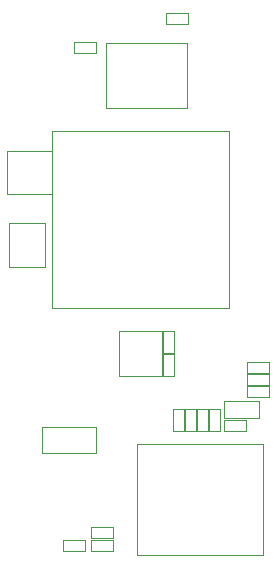
<source format=gbr>
G04 #@! TF.GenerationSoftware,KiCad,Pcbnew,(5.99.0-2290-gd34f8fd4b)*
G04 #@! TF.CreationDate,2020-11-06T19:29:51+01:00*
G04 #@! TF.ProjectId,Tympan-Nya,54796d70-616e-42d4-9e79-612e6b696361,rev?*
G04 #@! TF.SameCoordinates,PX6d878d0PY72e6100*
G04 #@! TF.FileFunction,Other,User*
%FSLAX46Y46*%
G04 Gerber Fmt 4.6, Leading zero omitted, Abs format (unit mm)*
G04 Created by KiCad (PCBNEW (5.99.0-2290-gd34f8fd4b)) date 2020-11-06 19:29:51*
%MOMM*%
%LPD*%
G01*
G04 APERTURE LIST*
%ADD10C,0.050000*%
G04 APERTURE END LIST*
D10*
X-26961600Y45187600D02*
X-26961600Y50687600D01*
X-26961600Y50687600D02*
X-20061600Y50687600D01*
X-20061600Y50687600D02*
X-20061600Y45187600D01*
X-20061600Y45187600D02*
X-26961600Y45187600D01*
X-19990800Y53182800D02*
X-21850800Y53182800D01*
X-19990800Y52242800D02*
X-19990800Y53182800D01*
X-21850800Y52242800D02*
X-19990800Y52242800D01*
X-21850800Y53182800D02*
X-21850800Y52242800D01*
X-35196200Y31711200D02*
X-32096200Y31711200D01*
X-35196200Y31711200D02*
X-35196200Y35411200D01*
X-32096200Y35411200D02*
X-32096200Y31711200D01*
X-32096200Y35411200D02*
X-35196200Y35411200D01*
X-20247800Y19685400D02*
X-20247800Y17825400D01*
X-19307800Y19685400D02*
X-20247800Y19685400D01*
X-19307800Y17825400D02*
X-19307800Y19685400D01*
X-20247800Y17825400D02*
X-19307800Y17825400D01*
X-19231800Y19683000D02*
X-19231800Y17823000D01*
X-18291800Y19683000D02*
X-19231800Y19683000D01*
X-18291800Y17823000D02*
X-18291800Y19683000D01*
X-19231800Y17823000D02*
X-18291800Y17823000D01*
X-21263800Y19683000D02*
X-21263800Y17823000D01*
X-20323800Y19683000D02*
X-21263800Y19683000D01*
X-20323800Y17823000D02*
X-20323800Y19683000D01*
X-21263800Y17823000D02*
X-20323800Y17823000D01*
X-18215800Y19683000D02*
X-18215800Y17823000D01*
X-17275800Y19683000D02*
X-18215800Y19683000D01*
X-17275800Y17823000D02*
X-17275800Y19683000D01*
X-18215800Y17823000D02*
X-17275800Y17823000D01*
X-16519600Y43245600D02*
X-31519600Y43245600D01*
X-16519600Y43245600D02*
X-16519600Y28245600D01*
X-31519600Y28245600D02*
X-31519600Y43245600D01*
X-31519600Y28245600D02*
X-16519600Y28245600D01*
X-24310400Y16733200D02*
X-24310400Y7313200D01*
X-13670400Y16733200D02*
X-13670400Y7313200D01*
X-13670400Y7313200D02*
X-24310400Y7313200D01*
X-13670400Y16733200D02*
X-24310400Y16733200D01*
X-31543000Y41508000D02*
X-35343000Y41508000D01*
X-35343000Y41508000D02*
X-35343000Y37908000D01*
X-35343000Y37908000D02*
X-31543000Y37908000D01*
X-31543000Y37908000D02*
X-31543000Y41508000D01*
X-22219600Y22491800D02*
X-22219600Y26291800D01*
X-22219600Y26291800D02*
X-25819600Y26291800D01*
X-25819600Y26291800D02*
X-25819600Y22491800D01*
X-25819600Y22491800D02*
X-22219600Y22491800D01*
X-28226200Y8732600D02*
X-26366200Y8732600D01*
X-28226200Y9672600D02*
X-28226200Y8732600D01*
X-26366200Y9672600D02*
X-28226200Y9672600D01*
X-26366200Y8732600D02*
X-26366200Y9672600D01*
X-28226200Y7665800D02*
X-26366200Y7665800D01*
X-28226200Y8605800D02*
X-28226200Y7665800D01*
X-26366200Y8605800D02*
X-28226200Y8605800D01*
X-26366200Y7665800D02*
X-26366200Y8605800D01*
X-30563000Y7665800D02*
X-28703000Y7665800D01*
X-30563000Y8605800D02*
X-30563000Y7665800D01*
X-28703000Y8605800D02*
X-30563000Y8605800D01*
X-28703000Y7665800D02*
X-28703000Y8605800D01*
X-13183600Y22677400D02*
X-15043600Y22677400D01*
X-13183600Y21737400D02*
X-13183600Y22677400D01*
X-15043600Y21737400D02*
X-13183600Y21737400D01*
X-15043600Y22677400D02*
X-15043600Y21737400D01*
X-13183600Y23693400D02*
X-15043600Y23693400D01*
X-13183600Y22753400D02*
X-13183600Y23693400D01*
X-15043600Y22753400D02*
X-13183600Y22753400D01*
X-15043600Y23693400D02*
X-15043600Y22753400D01*
X-13183600Y21661400D02*
X-15043600Y21661400D01*
X-13183600Y20721400D02*
X-13183600Y21661400D01*
X-15043600Y20721400D02*
X-13183600Y20721400D01*
X-15043600Y21661400D02*
X-15043600Y20721400D01*
X-21187400Y24427000D02*
X-21187400Y26287000D01*
X-22127400Y24427000D02*
X-21187400Y24427000D01*
X-22127400Y26287000D02*
X-22127400Y24427000D01*
X-21187400Y26287000D02*
X-22127400Y26287000D01*
X-22127400Y24356600D02*
X-22127400Y22496600D01*
X-21187400Y24356600D02*
X-22127400Y24356600D01*
X-21187400Y22496600D02*
X-21187400Y24356600D01*
X-22127400Y22496600D02*
X-21187400Y22496600D01*
X-15091000Y18765800D02*
X-16951000Y18765800D01*
X-15091000Y17825800D02*
X-15091000Y18765800D01*
X-16951000Y17825800D02*
X-15091000Y17825800D01*
X-16951000Y18765800D02*
X-16951000Y17825800D01*
X-29623200Y49855200D02*
X-27763200Y49855200D01*
X-29623200Y50795200D02*
X-29623200Y49855200D01*
X-27763200Y50795200D02*
X-29623200Y50795200D01*
X-27763200Y49855200D02*
X-27763200Y50795200D01*
X-13979800Y20397400D02*
X-16939800Y20397400D01*
X-13979800Y18937400D02*
X-13979800Y20397400D01*
X-16939800Y18937400D02*
X-13979800Y18937400D01*
X-16939800Y20397400D02*
X-16939800Y18937400D01*
X-27784800Y18196600D02*
X-32344800Y18196600D01*
X-27784800Y15956600D02*
X-27784800Y18196600D01*
X-32344800Y15956600D02*
X-27784800Y15956600D01*
X-32344800Y18196600D02*
X-32344800Y15956600D01*
M02*

</source>
